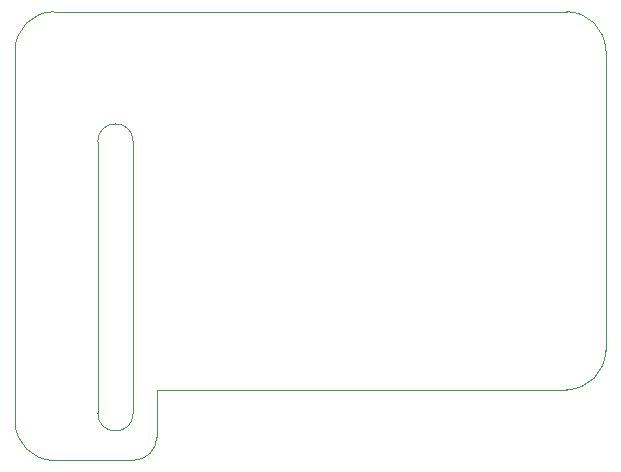
<source format=gbr>
%TF.GenerationSoftware,KiCad,Pcbnew,5.1.8+dfsg1-1+b1*%
%TF.CreationDate,2021-07-20T03:33:59+03:00*%
%TF.ProjectId,gbs-cgaega,6762732d-6367-4616-9567-612e6b696361,rev?*%
%TF.SameCoordinates,Original*%
%TF.FileFunction,Profile,NP*%
%FSLAX46Y46*%
G04 Gerber Fmt 4.6, Leading zero omitted, Abs format (unit mm)*
G04 Created by KiCad (PCBNEW 5.1.8+dfsg1-1+b1) date 2021-07-20 03:33:59*
%MOMM*%
%LPD*%
G01*
G04 APERTURE LIST*
%TA.AperFunction,Profile*%
%ADD10C,0.050000*%
%TD*%
G04 APERTURE END LIST*
D10*
X121500000Y-128000000D02*
G75*
G02*
X119500000Y-130000000I-2000000J0D01*
G01*
X121500000Y-124000000D02*
X121500000Y-128000000D01*
X121500000Y-124000000D02*
X156200000Y-124000000D01*
X119500000Y-126000000D02*
G75*
G02*
X116500000Y-126000000I-1500000J0D01*
G01*
X116500000Y-103000000D02*
G75*
G02*
X119500000Y-103000000I1500000J0D01*
G01*
X119500000Y-126000000D02*
X119500000Y-103000000D01*
X116500000Y-126000000D02*
X116500000Y-103000000D01*
X156200000Y-92000000D02*
G75*
G02*
X159500000Y-95300000I0J-3300000D01*
G01*
X109500000Y-95300000D02*
G75*
G02*
X112800000Y-92000000I3300000J0D01*
G01*
X159500000Y-120700000D02*
G75*
G02*
X156200000Y-124000000I-3300000J0D01*
G01*
X112800000Y-130000000D02*
G75*
G02*
X109500000Y-126700000I0J3300000D01*
G01*
X159500000Y-95300000D02*
X159500000Y-120700000D01*
X112800000Y-92000000D02*
X156200000Y-92000000D01*
X109500000Y-126700000D02*
X109500000Y-95300000D01*
X119500000Y-130000000D02*
X112800000Y-130000000D01*
M02*

</source>
